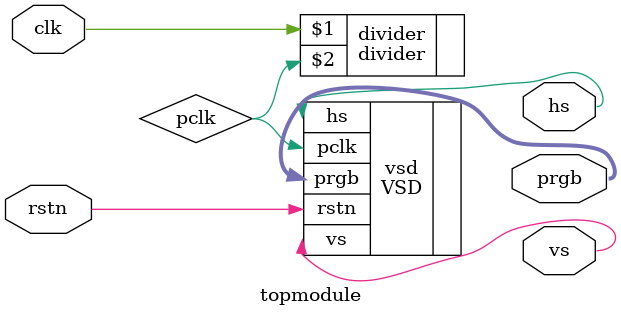
<source format=v>
`timescale 1ns / 1ps


module topmodule(input clk,
                 rstn,
                 output [11:0]prgb,
                 output hs,
                 output vs);
    wire pclk;
    divider divider(clk,pclk);
    VSD vsd(.prgb(prgb),.hs(hs),.vs(vs),.pclk(pclk),.rstn(rstn));
endmodule

</source>
